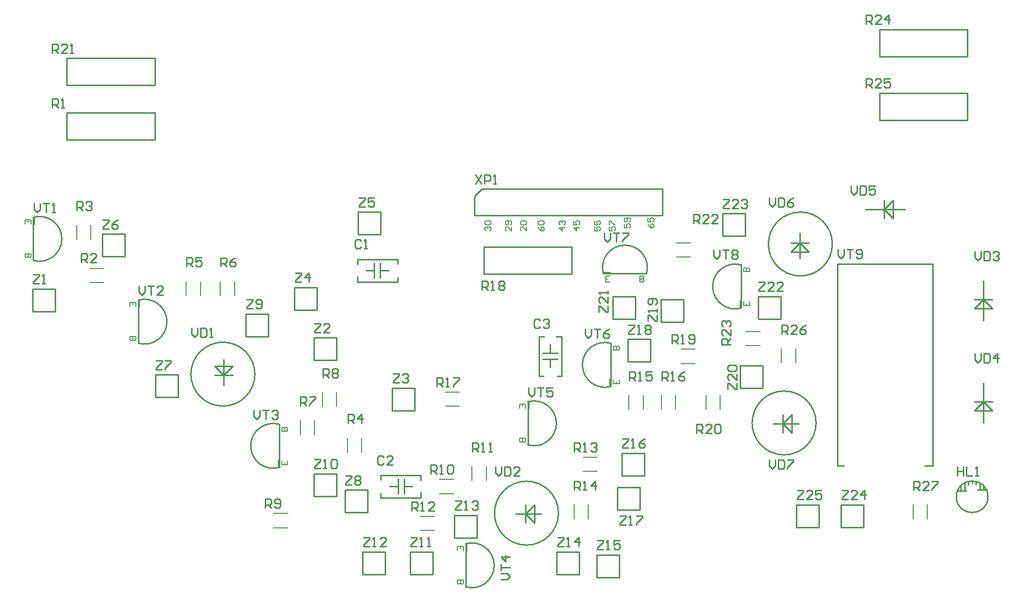
<source format=gto>
G04 Layer_Color=65535*
%FSLAX44Y44*%
%MOMM*%
G71*
G01*
G75*
%ADD19C,0.2540*%
%ADD20C,0.2000*%
%ADD21R,0.1270X1.2700*%
%ADD22R,1.2700X0.1270*%
D19*
X1388980Y315000D02*
G03*
X1388980Y315000I-53980J0D01*
G01*
X797300Y37810D02*
G03*
X797340Y110823I10336J36501D01*
G01*
X1262700Y582190D02*
G03*
X1262660Y509177I-10336J-36501D01*
G01*
X1102790Y567300D02*
G03*
X1029777Y567340I-36501J10336D01*
G01*
X1042700Y449690D02*
G03*
X1042660Y376677I-10336J-36501D01*
G01*
X902300Y277810D02*
G03*
X902340Y350823I10336J36501D01*
G01*
X482700Y312790D02*
G03*
X482660Y239777I-10336J-36501D01*
G01*
X244800Y449710D02*
G03*
X244840Y522723I10336J36501D01*
G01*
X67300Y589710D02*
G03*
X67340Y662723I10336J36501D01*
G01*
X953980Y162500D02*
G03*
X953980Y162500I-53980J0D01*
G01*
X1679200Y190200D02*
G03*
X1679200Y190200I-26700J0D01*
G01*
X441480Y397500D02*
G03*
X441480Y397500I-53980J0D01*
G01*
X1416480Y617500D02*
G03*
X1416480Y617500I-53980J0D01*
G01*
X827950Y567100D02*
Y612820D01*
X976540Y567100D02*
Y612820D01*
X827950D02*
X976540D01*
X827950Y567100D02*
X976540D01*
X1127254Y485950D02*
Y524050D01*
Y485950D02*
X1165354D01*
Y524050D01*
X1127254D02*
X1165354D01*
X1045950Y490950D02*
Y529050D01*
Y490950D02*
X1084050D01*
Y529050D01*
X1045950D02*
X1084050D01*
X1348330Y302300D02*
X1348330Y328970D01*
X1333090Y313730D02*
X1348330Y328970D01*
X1348330Y298490D02*
Y302300D01*
X1333090Y298490D02*
Y328970D01*
X1316580Y313730D02*
X1333090D01*
X1348330Y298490D01*
X1333090Y313730D02*
X1359760D01*
X1260950Y373450D02*
Y411550D01*
Y373450D02*
X1299050D01*
Y411550D01*
X1260950D02*
X1299050D01*
X797300Y37810D02*
Y110200D01*
X124010Y793370D02*
X272600D01*
X124010Y839090D02*
X272600Y839090D01*
Y793370D02*
Y839090D01*
X124010Y793370D02*
Y839090D01*
X1262700Y582190D02*
X1262700Y509800D01*
X1030400Y567300D02*
X1102790D01*
X1042700Y377300D02*
Y449690D01*
X902300Y277810D02*
Y350200D01*
X482700Y240400D02*
Y312790D01*
X244800Y449710D02*
Y522100D01*
X67300Y589710D02*
Y662100D01*
X1053450Y168450D02*
X1091550D01*
Y206550D01*
X1053450D02*
X1091550D01*
X1053450Y168450D02*
Y206550D01*
X1018450Y54050D02*
Y92150D01*
Y54050D02*
X1056550D01*
Y92150D01*
X1018450D02*
X1056550D01*
X673450Y335950D02*
Y374050D01*
Y335950D02*
X711550D01*
Y374050D01*
X673450D02*
X711550D01*
X540950Y420950D02*
Y459050D01*
Y420950D02*
X579050D01*
Y459050D01*
X540950D02*
X579050D01*
X913330Y149800D02*
X913330Y176470D01*
X898090Y161230D02*
X913330Y176470D01*
X913330Y145990D02*
Y149800D01*
X898090Y145990D02*
Y176470D01*
X881580Y161230D02*
X898090D01*
X913330Y145990D01*
X898090Y161230D02*
X924760D01*
X950950Y59050D02*
Y97150D01*
Y59050D02*
X989050D01*
Y97150D01*
X950950D02*
X989050D01*
X425950Y460950D02*
Y499050D01*
Y460950D02*
X464050D01*
Y499050D01*
X425950D02*
X464050D01*
X540950Y191020D02*
Y229120D01*
Y191020D02*
X579050D01*
Y229120D01*
X540950D02*
X579050D01*
X1070950Y418450D02*
Y456550D01*
Y418450D02*
X1109050D01*
Y456550D01*
X1070950D02*
X1109050D01*
X1431350Y138450D02*
Y176550D01*
Y138450D02*
X1469450D01*
Y176550D01*
X1431350D02*
X1469450D01*
X940000Y409270D02*
Y423240D01*
X927300Y423240D02*
X952700D01*
X927300Y433400D02*
X952700D01*
X940000D02*
Y447370D01*
X920950Y394030D02*
Y461340D01*
Y394030D02*
X928570D01*
X920950Y461340D02*
X929840D01*
X950160D02*
X959050D01*
X951430Y394030D02*
X959050D01*
Y461340D01*
X703450Y59050D02*
Y97150D01*
Y59050D02*
X741550D01*
Y97150D01*
X703450D02*
X741550D01*
X1290950Y490950D02*
Y529050D01*
Y490950D02*
X1329050D01*
Y529050D01*
X1290950D02*
X1329050D01*
X221550Y596450D02*
Y634550D01*
X183450D02*
X221550D01*
X183450Y596450D02*
Y634550D01*
Y596450D02*
X221550D01*
X1633450Y200360D02*
Y206710D01*
X1639800Y211790D02*
X1639800Y200360D01*
X1646150Y210520D02*
Y214330D01*
X1652500Y213060D02*
Y216900D01*
X1658850Y210520D02*
Y215600D01*
X1665200Y202900D02*
Y213060D01*
X1671550Y207980D02*
X1671550Y201630D01*
X1661390D02*
X1675360D01*
X1628370Y200360D02*
X1642340Y200360D01*
X1425000Y242460D02*
X1436430D01*
X1425000D02*
Y584090D01*
X1586290D01*
Y242460D02*
Y584090D01*
X1572320Y242460D02*
X1586290D01*
X1355950Y138450D02*
Y176550D01*
Y138450D02*
X1394050D01*
Y176550D01*
X1355950D02*
X1394050D01*
X1659800Y335600D02*
X1686470D01*
X1671230Y350840D02*
X1686470Y335600D01*
X1655990D02*
X1659800D01*
X1655990Y350840D02*
X1686470D01*
X1671230D02*
Y382590D01*
X1655990Y335600D02*
X1671230Y350840D01*
Y315280D02*
Y350840D01*
X623450Y59050D02*
Y97150D01*
Y59050D02*
X661550D01*
Y97150D01*
X623450D02*
X661550D01*
X373530Y410830D02*
X400200D01*
X373530D02*
X388770Y395590D01*
X400200Y410830D02*
X404010D01*
X373530Y395590D02*
X404010Y395590D01*
X388770Y379080D02*
Y395590D01*
X404010Y410830D01*
X388770Y395590D02*
Y422260D01*
X669270Y207500D02*
X683240D01*
X683240Y194800D02*
Y220200D01*
X693400Y194800D02*
Y220200D01*
X693400Y207500D02*
X707370D01*
X654030Y226550D02*
X721340D01*
X654030Y218930D02*
Y226550D01*
X721340Y217660D02*
X721340Y226550D01*
X721340Y197340D02*
X721340Y188450D01*
X654030D02*
Y196070D01*
Y188450D02*
X721340D01*
X1060950Y225950D02*
X1099050D01*
Y264050D01*
X1060950D02*
X1099050D01*
X1060950Y225950D02*
Y264050D01*
X1659800Y508100D02*
X1686470D01*
X1671230Y523340D02*
X1686470Y508100D01*
X1655990D02*
X1659800D01*
X1655990Y523340D02*
X1686470D01*
X1671230D02*
Y555090D01*
X1655990Y508100D02*
X1671230Y523340D01*
Y487780D02*
Y523340D01*
X778450Y120950D02*
Y159050D01*
Y120950D02*
X816550D01*
Y159050D01*
X778450D02*
X816550D01*
X1230950Y630950D02*
Y669050D01*
Y630950D02*
X1269050D01*
Y669050D01*
X1230950D02*
X1269050D01*
X1349800Y604170D02*
X1376470D01*
X1361230Y619410D02*
X1376470Y604170D01*
X1345990D02*
X1349800D01*
X1345990Y619410D02*
X1376470Y619410D01*
X1361230Y619410D02*
Y635920D01*
X1345990Y604170D02*
X1361230Y619410D01*
Y592740D02*
Y619410D01*
X311550Y358450D02*
Y396550D01*
X273450D02*
X311550D01*
X273450Y358450D02*
Y396550D01*
Y358450D02*
X311550D01*
X65950Y503450D02*
Y541550D01*
Y503450D02*
X104050D01*
Y541550D01*
X65950D02*
X104050D01*
X1519400Y664800D02*
X1519400Y691470D01*
X1504160Y676230D02*
X1519400Y691470D01*
X1519400Y660990D02*
Y664800D01*
X1504160Y660990D02*
Y691470D01*
X1472410Y676230D02*
X1504160D01*
X1519400Y660990D01*
X1504160Y676230D02*
X1539720D01*
X124010Y885870D02*
Y931590D01*
X272600D02*
X272600Y885870D01*
X124010Y931590D02*
X272600D01*
X124010Y885870D02*
X272600D01*
X1644550Y934680D02*
Y980400D01*
X1495960Y934680D02*
Y980400D01*
Y934680D02*
X1644550D01*
X1495960Y980400D02*
X1644550D01*
X812100Y678650D02*
Y697700D01*
X824800Y710400D01*
X1129600D01*
Y700240D02*
Y710400D01*
Y665950D02*
Y700240D01*
X812100Y665950D02*
X1129600D01*
X812100D02*
Y678650D01*
X1644550Y827180D02*
Y872900D01*
X1495960Y827180D02*
Y872900D01*
Y827180D02*
X1644550D01*
X1495960Y872900D02*
X1644550D01*
X615950Y633450D02*
Y671550D01*
Y633450D02*
X654050D01*
Y671550D01*
X615950D02*
X654050D01*
X653060Y572500D02*
X667030D01*
X653060Y559800D02*
Y585200D01*
X642900Y559800D02*
Y585200D01*
X628930Y572500D02*
X642900D01*
X614960Y553450D02*
X682270D01*
Y561070D01*
X614960Y553450D02*
X614960Y562340D01*
X614960Y591550D02*
X614960Y582660D01*
X682270Y583930D02*
Y591550D01*
X614960D02*
X682270D01*
X508450Y505950D02*
Y544050D01*
Y505950D02*
X546550D01*
Y544050D01*
X508450D02*
X546550D01*
X593450Y163450D02*
Y201550D01*
Y163450D02*
X631550D01*
Y201550D01*
X593450D02*
X631550D01*
X621069Y622566D02*
X618530Y625105D01*
X613451D01*
X610912Y622566D01*
Y612409D01*
X613451Y609870D01*
X618530D01*
X621069Y612409D01*
X626147Y609870D02*
X631225D01*
X628686D01*
Y625105D01*
X626147Y622566D01*
X658567Y257072D02*
X656028Y259611D01*
X650949D01*
X648410Y257072D01*
Y246915D01*
X650949Y244376D01*
X656028D01*
X658567Y246915D01*
X673802Y244376D02*
X663645D01*
X673802Y254533D01*
Y257072D01*
X671263Y259611D01*
X666184D01*
X663645Y257072D01*
X923367Y488038D02*
X920827Y490577D01*
X915749D01*
X913210Y488038D01*
Y477881D01*
X915749Y475342D01*
X920827D01*
X923367Y477881D01*
X928445Y488038D02*
X930984Y490577D01*
X936063D01*
X938602Y488038D01*
Y485499D01*
X936063Y482960D01*
X933523D01*
X936063D01*
X938602Y480420D01*
Y477881D01*
X936063Y475342D01*
X930984D01*
X928445Y477881D01*
X1627154Y241017D02*
Y225782D01*
Y233400D01*
X1637311D01*
Y241017D01*
Y225782D01*
X1642389Y241017D02*
Y225782D01*
X1652546D01*
X1657624D02*
X1662702D01*
X1660163D01*
Y241017D01*
X1657624Y238478D01*
X99052Y848066D02*
Y863301D01*
X106670D01*
X109209Y860762D01*
Y855684D01*
X106670Y853144D01*
X99052D01*
X104130D02*
X109209Y848066D01*
X114287D02*
X119365D01*
X116826D01*
Y863301D01*
X114287Y860762D01*
X148040Y586056D02*
Y601291D01*
X155658D01*
X158197Y598752D01*
Y593673D01*
X155658Y591134D01*
X148040D01*
X153118D02*
X158197Y586056D01*
X173432D02*
X163275D01*
X173432Y596213D01*
Y598752D01*
X170893Y601291D01*
X165814D01*
X163275Y598752D01*
X140982Y674140D02*
Y689375D01*
X148600D01*
X151139Y686836D01*
Y681758D01*
X148600Y679218D01*
X140982D01*
X146060D02*
X151139Y674140D01*
X156217Y686836D02*
X158756Y689375D01*
X163835D01*
X166374Y686836D01*
Y684297D01*
X163835Y681758D01*
X161295D01*
X163835D01*
X166374Y679218D01*
Y676679D01*
X163835Y674140D01*
X158756D01*
X156217Y676679D01*
X598650Y314154D02*
Y329389D01*
X606268D01*
X608807Y326850D01*
Y321772D01*
X606268Y319232D01*
X598650D01*
X603728D02*
X608807Y314154D01*
X621503D02*
Y329389D01*
X613885Y321772D01*
X624042D01*
X326148Y579174D02*
Y594409D01*
X333766D01*
X336305Y591870D01*
Y586791D01*
X333766Y584252D01*
X326148D01*
X331226D02*
X336305Y579174D01*
X351540Y594409D02*
X341383D01*
Y586791D01*
X346461Y589331D01*
X349001D01*
X351540Y586791D01*
Y581713D01*
X349001Y579174D01*
X343922D01*
X341383Y581713D01*
X383606Y579148D02*
Y594383D01*
X391223D01*
X393763Y591844D01*
Y586766D01*
X391223Y584226D01*
X383606D01*
X388684D02*
X393763Y579148D01*
X408998Y594383D02*
X403919Y591844D01*
X398841Y586766D01*
Y581687D01*
X401380Y579148D01*
X406459D01*
X408998Y581687D01*
Y584226D01*
X406459Y586766D01*
X398841D01*
X518492Y344044D02*
Y359279D01*
X526110D01*
X528649Y356740D01*
Y351661D01*
X526110Y349122D01*
X518492D01*
X523570D02*
X528649Y344044D01*
X533727Y359279D02*
X543884D01*
Y356740D01*
X533727Y346583D01*
Y344044D01*
X556004Y391596D02*
Y406831D01*
X563621D01*
X566161Y404292D01*
Y399213D01*
X563621Y396674D01*
X556004D01*
X561082D02*
X566161Y391596D01*
X571239Y404292D02*
X573778Y406831D01*
X578857D01*
X581396Y404292D01*
Y401753D01*
X578857Y399213D01*
X581396Y396674D01*
Y394135D01*
X578857Y391596D01*
X573778D01*
X571239Y394135D01*
Y396674D01*
X573778Y399213D01*
X571239Y401753D01*
Y404292D01*
X573778Y399213D02*
X578857D01*
X458634Y171534D02*
Y186769D01*
X466251D01*
X468791Y184230D01*
Y179151D01*
X466251Y176612D01*
X458634D01*
X463712D02*
X468791Y171534D01*
X473869Y174073D02*
X476408Y171534D01*
X481487D01*
X484026Y174073D01*
Y184230D01*
X481487Y186769D01*
X476408D01*
X473869Y184230D01*
Y181691D01*
X476408Y179151D01*
X484026D01*
X738588Y229178D02*
Y244413D01*
X746206D01*
X748745Y241874D01*
Y236796D01*
X746206Y234256D01*
X738588D01*
X743666D02*
X748745Y229178D01*
X753823D02*
X758901D01*
X756362D01*
Y244413D01*
X753823Y241874D01*
X766519D02*
X769058Y244413D01*
X774137D01*
X776676Y241874D01*
Y231717D01*
X774137Y229178D01*
X769058D01*
X766519Y231717D01*
Y241874D01*
X808506Y266676D02*
Y281911D01*
X816124D01*
X818663Y279372D01*
Y274293D01*
X816124Y271754D01*
X808506D01*
X813584D02*
X818663Y266676D01*
X823741D02*
X828819D01*
X826280D01*
Y281911D01*
X823741Y279372D01*
X836437Y266676D02*
X841515D01*
X838976D01*
Y281911D01*
X836437Y279372D01*
X705972Y166762D02*
Y181997D01*
X713589D01*
X716129Y179458D01*
Y174380D01*
X713589Y171840D01*
X705972D01*
X711050D02*
X716129Y166762D01*
X721207D02*
X726285D01*
X723746D01*
Y181997D01*
X721207Y179458D01*
X744060Y166762D02*
X733903D01*
X744060Y176919D01*
Y179458D01*
X741520Y181997D01*
X736442D01*
X733903Y179458D01*
X980974Y266690D02*
Y281925D01*
X988592D01*
X991131Y279386D01*
Y274307D01*
X988592Y271768D01*
X980974D01*
X986052D02*
X991131Y266690D01*
X996209D02*
X1001287D01*
X998748D01*
Y281925D01*
X996209Y279386D01*
X1008905D02*
X1011444Y281925D01*
X1016523D01*
X1019062Y279386D01*
Y276847D01*
X1016523Y274307D01*
X1013983D01*
X1016523D01*
X1019062Y271768D01*
Y269229D01*
X1016523Y266690D01*
X1011444D01*
X1008905Y269229D01*
X980986Y201532D02*
Y216767D01*
X988604D01*
X991143Y214228D01*
Y209149D01*
X988604Y206610D01*
X980986D01*
X986064D02*
X991143Y201532D01*
X996221D02*
X1001299D01*
X998760D01*
Y216767D01*
X996221Y214228D01*
X1016535Y201532D02*
Y216767D01*
X1008917Y209149D01*
X1019074D01*
X1073456Y386618D02*
Y401853D01*
X1081074D01*
X1083613Y399314D01*
Y394235D01*
X1081074Y391696D01*
X1073456D01*
X1078534D02*
X1083613Y386618D01*
X1088691D02*
X1093769D01*
X1091230D01*
Y401853D01*
X1088691Y399314D01*
X1111544Y401853D02*
X1101387D01*
Y394235D01*
X1106465Y396775D01*
X1109005D01*
X1111544Y394235D01*
Y389157D01*
X1109005Y386618D01*
X1103926D01*
X1101387Y389157D01*
X1128443Y386703D02*
Y401938D01*
X1136060D01*
X1138600Y399399D01*
Y394320D01*
X1136060Y391781D01*
X1128443D01*
X1133521D02*
X1138600Y386703D01*
X1143678D02*
X1148756D01*
X1146217D01*
Y401938D01*
X1143678Y399399D01*
X1166531Y401938D02*
X1161452Y399399D01*
X1156374Y394320D01*
Y389242D01*
X1158913Y386703D01*
X1163991D01*
X1166531Y389242D01*
Y391781D01*
X1163991Y394320D01*
X1156374D01*
X748562Y376698D02*
Y391933D01*
X756180D01*
X758719Y389394D01*
Y384315D01*
X756180Y381776D01*
X748562D01*
X753640D02*
X758719Y376698D01*
X763797D02*
X768875D01*
X766336D01*
Y391933D01*
X763797Y389394D01*
X776493Y391933D02*
X786650D01*
Y389394D01*
X776493Y379237D01*
Y376698D01*
X825000Y540000D02*
Y555235D01*
X832617D01*
X835157Y552696D01*
Y547617D01*
X832617Y545078D01*
X825000D01*
X830078D02*
X835157Y540000D01*
X840235D02*
X845313D01*
X842774D01*
Y555235D01*
X840235Y552696D01*
X852931D02*
X855470Y555235D01*
X860548D01*
X863088Y552696D01*
Y550157D01*
X860548Y547617D01*
X863088Y545078D01*
Y542539D01*
X860548Y540000D01*
X855470D01*
X852931Y542539D01*
Y545078D01*
X855470Y547617D01*
X852931Y550157D01*
Y552696D01*
X855470Y547617D02*
X860548D01*
X1145980Y449168D02*
Y464403D01*
X1153597D01*
X1156137Y461864D01*
Y456786D01*
X1153597Y454246D01*
X1145980D01*
X1151058D02*
X1156137Y449168D01*
X1161215D02*
X1166293D01*
X1163754D01*
Y464403D01*
X1161215Y461864D01*
X1173911Y451707D02*
X1176450Y449168D01*
X1181528D01*
X1184068Y451707D01*
Y461864D01*
X1181528Y464403D01*
X1176450D01*
X1173911Y461864D01*
Y459325D01*
X1176450Y456786D01*
X1184068D01*
X1187500Y297500D02*
Y312735D01*
X1195117D01*
X1197657Y310196D01*
Y305117D01*
X1195117Y302578D01*
X1187500D01*
X1192578D02*
X1197657Y297500D01*
X1212892D02*
X1202735D01*
X1212892Y307657D01*
Y310196D01*
X1210353Y312735D01*
X1205274D01*
X1202735Y310196D01*
X1217970D02*
X1220509Y312735D01*
X1225588D01*
X1228127Y310196D01*
Y300039D01*
X1225588Y297500D01*
X1220509D01*
X1217970Y300039D01*
Y310196D01*
X99052Y940522D02*
Y955757D01*
X106670D01*
X109209Y953218D01*
Y948139D01*
X106670Y945600D01*
X99052D01*
X104130D02*
X109209Y940522D01*
X124444D02*
X114287D01*
X124444Y950679D01*
Y953218D01*
X121905Y955757D01*
X116826D01*
X114287Y953218D01*
X129522Y940522D02*
X134600D01*
X132061D01*
Y955757D01*
X129522Y953218D01*
X1182500Y652500D02*
Y667735D01*
X1190117D01*
X1192657Y665196D01*
Y660117D01*
X1190117Y657578D01*
X1182500D01*
X1187578D02*
X1192657Y652500D01*
X1207892D02*
X1197735D01*
X1207892Y662657D01*
Y665196D01*
X1205353Y667735D01*
X1200274D01*
X1197735Y665196D01*
X1223127Y652500D02*
X1212970D01*
X1223127Y662657D01*
Y665196D01*
X1220588Y667735D01*
X1215509D01*
X1212970Y665196D01*
X1245000Y447500D02*
X1229765D01*
Y455117D01*
X1232304Y457657D01*
X1237383D01*
X1239922Y455117D01*
Y447500D01*
Y452578D02*
X1245000Y457657D01*
Y472892D02*
Y462735D01*
X1234843Y472892D01*
X1232304D01*
X1229765Y470353D01*
Y465274D01*
X1232304Y462735D01*
Y477970D02*
X1229765Y480509D01*
Y485588D01*
X1232304Y488127D01*
X1234843D01*
X1237383Y485588D01*
Y483049D01*
Y485588D01*
X1239922Y488127D01*
X1242461D01*
X1245000Y485588D01*
Y480509D01*
X1242461Y477970D01*
X1473476Y989368D02*
Y1004603D01*
X1481093D01*
X1483633Y1002064D01*
Y996985D01*
X1481093Y994446D01*
X1473476D01*
X1478554D02*
X1483633Y989368D01*
X1498868D02*
X1488711D01*
X1498868Y999525D01*
Y1002064D01*
X1496329Y1004603D01*
X1491250D01*
X1488711Y1002064D01*
X1511564Y989368D02*
Y1004603D01*
X1503946Y996985D01*
X1514103D01*
X1473504Y881872D02*
Y897107D01*
X1481122D01*
X1483661Y894568D01*
Y889490D01*
X1481122Y886950D01*
X1473504D01*
X1478582D02*
X1483661Y881872D01*
X1498896D02*
X1488739D01*
X1498896Y892029D01*
Y894568D01*
X1496357Y897107D01*
X1491278D01*
X1488739Y894568D01*
X1514131Y897107D02*
X1503974D01*
Y889490D01*
X1509052Y892029D01*
X1511592D01*
X1514131Y889490D01*
Y884411D01*
X1511592Y881872D01*
X1506513D01*
X1503974Y884411D01*
X1331150Y465566D02*
Y480801D01*
X1338768D01*
X1341307Y478262D01*
Y473184D01*
X1338768Y470644D01*
X1331150D01*
X1336228D02*
X1341307Y465566D01*
X1356542D02*
X1346385D01*
X1356542Y475723D01*
Y478262D01*
X1354003Y480801D01*
X1348924D01*
X1346385Y478262D01*
X1371777Y480801D02*
X1366698Y478262D01*
X1361620Y473184D01*
Y468105D01*
X1364159Y465566D01*
X1369238D01*
X1371777Y468105D01*
Y470644D01*
X1369238Y473184D01*
X1361620D01*
X1553588Y201520D02*
Y216755D01*
X1561205D01*
X1563745Y214216D01*
Y209137D01*
X1561205Y206598D01*
X1553588D01*
X1558666D02*
X1563745Y201520D01*
X1578980D02*
X1568823D01*
X1578980Y211677D01*
Y214216D01*
X1576441Y216755D01*
X1571362D01*
X1568823Y214216D01*
X1584058Y216755D02*
X1594215D01*
Y214216D01*
X1584058Y204059D01*
Y201520D01*
X334910Y475687D02*
Y465530D01*
X339988Y460452D01*
X345067Y465530D01*
Y475687D01*
X350145D02*
Y460452D01*
X357763D01*
X360302Y462991D01*
Y473148D01*
X357763Y475687D01*
X350145D01*
X365380Y460452D02*
X370458D01*
X367919D01*
Y475687D01*
X365380Y473148D01*
X847330Y240625D02*
Y230468D01*
X852408Y225390D01*
X857487Y230468D01*
Y240625D01*
X862565D02*
Y225390D01*
X870183D01*
X872722Y227929D01*
Y238086D01*
X870183Y240625D01*
X862565D01*
X887957Y225390D02*
X877800D01*
X887957Y235547D01*
Y238086D01*
X885418Y240625D01*
X880339D01*
X877800Y238086D01*
X1657387Y604996D02*
Y594839D01*
X1662465Y589761D01*
X1667544Y594839D01*
Y604996D01*
X1672622D02*
Y589761D01*
X1680240D01*
X1682779Y592300D01*
Y602457D01*
X1680240Y604996D01*
X1672622D01*
X1687857Y602457D02*
X1690396Y604996D01*
X1695475D01*
X1698014Y602457D01*
Y599918D01*
X1695475Y597379D01*
X1692935D01*
X1695475D01*
X1698014Y594839D01*
Y592300D01*
X1695475Y589761D01*
X1690396D01*
X1687857Y592300D01*
X1657387Y432496D02*
Y422339D01*
X1662465Y417261D01*
X1667544Y422339D01*
Y432496D01*
X1672622D02*
Y417261D01*
X1680240D01*
X1682779Y419800D01*
Y429957D01*
X1680240Y432496D01*
X1672622D01*
X1695475Y417261D02*
Y432496D01*
X1687857Y424879D01*
X1698014D01*
X1448056Y715529D02*
Y705372D01*
X1453134Y700294D01*
X1458213Y705372D01*
Y715529D01*
X1463291D02*
Y700294D01*
X1470909D01*
X1473448Y702833D01*
Y712990D01*
X1470909Y715529D01*
X1463291D01*
X1488683D02*
X1478526D01*
Y707912D01*
X1483604Y710451D01*
X1486144D01*
X1488683Y707912D01*
Y702833D01*
X1486144Y700294D01*
X1481065D01*
X1478526Y702833D01*
X1309760Y695531D02*
Y685374D01*
X1314838Y680296D01*
X1319917Y685374D01*
Y695531D01*
X1324995D02*
Y680296D01*
X1332613D01*
X1335152Y682835D01*
Y692992D01*
X1332613Y695531D01*
X1324995D01*
X1350387D02*
X1345309Y692992D01*
X1340230Y687914D01*
Y682835D01*
X1342769Y680296D01*
X1347848D01*
X1350387Y682835D01*
Y685374D01*
X1347848Y687914D01*
X1340230D01*
X1310000Y252735D02*
Y242578D01*
X1315078Y237500D01*
X1320157Y242578D01*
Y252735D01*
X1325235D02*
Y237500D01*
X1332853D01*
X1335392Y240039D01*
Y250196D01*
X1332853Y252735D01*
X1325235D01*
X1340470D02*
X1350627D01*
Y250196D01*
X1340470Y240039D01*
Y237500D01*
X68608Y686099D02*
Y675942D01*
X73686Y670864D01*
X78765Y675942D01*
Y686099D01*
X83843D02*
X94000D01*
X88921D01*
Y670864D01*
X99078D02*
X104157D01*
X101617D01*
Y686099D01*
X99078Y683560D01*
X246086Y546145D02*
Y535988D01*
X251164Y530910D01*
X256243Y535988D01*
Y546145D01*
X261321D02*
X271478D01*
X266399D01*
Y530910D01*
X286713D02*
X276556D01*
X286713Y541067D01*
Y543606D01*
X284174Y546145D01*
X279095D01*
X276556Y543606D01*
X439432Y336869D02*
Y326712D01*
X444510Y321634D01*
X449589Y326712D01*
Y336869D01*
X454667D02*
X464824D01*
X459745D01*
Y321634D01*
X469902Y334330D02*
X472441Y336869D01*
X477520D01*
X480059Y334330D01*
Y331791D01*
X477520Y329252D01*
X474981D01*
X477520D01*
X480059Y326712D01*
Y324173D01*
X477520Y321634D01*
X472441D01*
X469902Y324173D01*
X857265Y50000D02*
X867422D01*
X872500Y55078D01*
X867422Y60157D01*
X857265D01*
Y65235D02*
Y75392D01*
Y70313D01*
X872500D01*
Y88088D02*
X857265D01*
X864883Y80470D01*
Y90627D01*
X903516Y374273D02*
Y364116D01*
X908594Y359038D01*
X913673Y364116D01*
Y374273D01*
X918751D02*
X928908D01*
X923829D01*
Y359038D01*
X944143Y374273D02*
X933986D01*
Y366656D01*
X939064Y369195D01*
X941604D01*
X944143Y366656D01*
Y361577D01*
X941604Y359038D01*
X936525D01*
X933986Y361577D01*
X999462Y473857D02*
Y463700D01*
X1004540Y458622D01*
X1009619Y463700D01*
Y473857D01*
X1014697D02*
X1024854D01*
X1019775D01*
Y458622D01*
X1040089Y473857D02*
X1035011Y471318D01*
X1029932Y466240D01*
Y461161D01*
X1032471Y458622D01*
X1037550D01*
X1040089Y461161D01*
Y463700D01*
X1037550Y466240D01*
X1029932D01*
X1031574Y635899D02*
Y625742D01*
X1036652Y620664D01*
X1041731Y625742D01*
Y635899D01*
X1046809D02*
X1056966D01*
X1051887D01*
Y620664D01*
X1062044Y635899D02*
X1072201D01*
Y633360D01*
X1062044Y623203D01*
Y620664D01*
X1215754Y607751D02*
Y597594D01*
X1220832Y592516D01*
X1225911Y597594D01*
Y607751D01*
X1230989D02*
X1241146D01*
X1236067D01*
Y592516D01*
X1246224Y605212D02*
X1248763Y607751D01*
X1253842D01*
X1256381Y605212D01*
Y602673D01*
X1253842Y600134D01*
X1256381Y597594D01*
Y595055D01*
X1253842Y592516D01*
X1248763D01*
X1246224Y595055D01*
Y597594D01*
X1248763Y600134D01*
X1246224Y602673D01*
Y605212D01*
X1248763Y600134D02*
X1253842D01*
X1426143Y608342D02*
Y598185D01*
X1431221Y593107D01*
X1436300Y598185D01*
Y608342D01*
X1441378D02*
X1451535D01*
X1446456D01*
Y593107D01*
X1456613Y595646D02*
X1459152Y593107D01*
X1464231D01*
X1466770Y595646D01*
Y605803D01*
X1464231Y608342D01*
X1459152D01*
X1456613Y605803D01*
Y603264D01*
X1459152Y600724D01*
X1466770D01*
X813378Y734461D02*
X823535Y719226D01*
Y734461D02*
X813378Y719226D01*
X828613D02*
Y734461D01*
X836231D01*
X838770Y731922D01*
Y726843D01*
X836231Y724304D01*
X828613D01*
X843848Y719226D02*
X848926D01*
X846387D01*
Y734461D01*
X843848Y731922D01*
X67347Y565802D02*
X77504D01*
Y563263D01*
X67347Y553106D01*
Y550567D01*
X77504D01*
X82582D02*
X87660D01*
X85121D01*
Y565802D01*
X82582Y563263D01*
X542347Y483302D02*
X552504D01*
Y480763D01*
X542347Y470606D01*
Y468067D01*
X552504D01*
X567739D02*
X557582D01*
X567739Y478224D01*
Y480763D01*
X565200Y483302D01*
X560121D01*
X557582Y480763D01*
X674847Y398302D02*
X685004D01*
Y395763D01*
X674847Y385606D01*
Y383067D01*
X685004D01*
X690082Y395763D02*
X692621Y398302D01*
X697700D01*
X700239Y395763D01*
Y393224D01*
X697700Y390685D01*
X695160D01*
X697700D01*
X700239Y388145D01*
Y385606D01*
X697700Y383067D01*
X692621D01*
X690082Y385606D01*
X509847Y568302D02*
X520004D01*
Y565763D01*
X509847Y555606D01*
Y553067D01*
X520004D01*
X532700D02*
Y568302D01*
X525082Y560685D01*
X535239D01*
X617347Y695802D02*
X627504D01*
Y693263D01*
X617347Y683106D01*
Y680567D01*
X627504D01*
X642739Y695802D02*
X632582D01*
Y688185D01*
X637660Y690724D01*
X640200D01*
X642739Y688185D01*
Y683106D01*
X640200Y680567D01*
X635121D01*
X632582Y683106D01*
X184724Y658689D02*
X194881D01*
Y656150D01*
X184724Y645993D01*
Y643454D01*
X194881D01*
X210116Y658689D02*
X205037Y656150D01*
X199959Y651071D01*
Y645993D01*
X202498Y643454D01*
X207577D01*
X210116Y645993D01*
Y648532D01*
X207577Y651071D01*
X199959D01*
X274734Y420579D02*
X284891D01*
Y418040D01*
X274734Y407883D01*
Y405344D01*
X284891D01*
X289969Y420579D02*
X300126D01*
Y418040D01*
X289969Y407883D01*
Y405344D01*
X594847Y225802D02*
X605004D01*
Y223263D01*
X594847Y213106D01*
Y210567D01*
X605004D01*
X610082Y223263D02*
X612621Y225802D01*
X617700D01*
X620239Y223263D01*
Y220724D01*
X617700Y218185D01*
X620239Y215645D01*
Y213106D01*
X617700Y210567D01*
X612621D01*
X610082Y213106D01*
Y215645D01*
X612621Y218185D01*
X610082Y220724D01*
Y223263D01*
X612621Y218185D02*
X617700D01*
X427347Y523302D02*
X437504D01*
Y520763D01*
X427347Y510606D01*
Y508067D01*
X437504D01*
X442582Y510606D02*
X445121Y508067D01*
X450200D01*
X452739Y510606D01*
Y520763D01*
X450200Y523302D01*
X445121D01*
X442582Y520763D01*
Y518224D01*
X445121Y515685D01*
X452739D01*
X542347Y253372D02*
X552504D01*
Y250833D01*
X542347Y240676D01*
Y238137D01*
X552504D01*
X557582D02*
X562660D01*
X560121D01*
Y253372D01*
X557582Y250833D01*
X570278D02*
X572817Y253372D01*
X577896D01*
X580435Y250833D01*
Y240676D01*
X577896Y238137D01*
X572817D01*
X570278Y240676D01*
Y250833D01*
X704847Y121402D02*
X715004D01*
Y118863D01*
X704847Y108706D01*
Y106167D01*
X715004D01*
X720082D02*
X725160D01*
X722621D01*
Y121402D01*
X720082Y118863D01*
X732778Y106167D02*
X737856D01*
X735317D01*
Y121402D01*
X732778Y118863D01*
X624847Y121402D02*
X635004D01*
Y118863D01*
X624847Y108706D01*
Y106167D01*
X635004D01*
X640082D02*
X645160D01*
X642621D01*
Y121402D01*
X640082Y118863D01*
X662935Y106167D02*
X652778D01*
X662935Y116324D01*
Y118863D01*
X660396Y121402D01*
X655317D01*
X652778Y118863D01*
X779847Y183302D02*
X790004D01*
Y180763D01*
X779847Y170606D01*
Y168067D01*
X790004D01*
X795082D02*
X800160D01*
X797621D01*
Y183302D01*
X795082Y180763D01*
X807778D02*
X810317Y183302D01*
X815396D01*
X817935Y180763D01*
Y178224D01*
X815396Y175685D01*
X812856D01*
X815396D01*
X817935Y173145D01*
Y170606D01*
X815396Y168067D01*
X810317D01*
X807778Y170606D01*
X952347Y121402D02*
X962504D01*
Y118863D01*
X952347Y108706D01*
Y106167D01*
X962504D01*
X967582D02*
X972660D01*
X970121D01*
Y121402D01*
X967582Y118863D01*
X987896Y106167D02*
Y121402D01*
X980278Y113785D01*
X990435D01*
X1019847Y116402D02*
X1030004D01*
Y113863D01*
X1019847Y103706D01*
Y101167D01*
X1030004D01*
X1035082D02*
X1040160D01*
X1037621D01*
Y116402D01*
X1035082Y113863D01*
X1057935Y116402D02*
X1047778D01*
Y108785D01*
X1052856Y111324D01*
X1055396D01*
X1057935Y108785D01*
Y103706D01*
X1055396Y101167D01*
X1050317D01*
X1047778Y103706D01*
X1062160Y288181D02*
X1072317D01*
Y285642D01*
X1062160Y275485D01*
Y272946D01*
X1072317D01*
X1077395D02*
X1082473D01*
X1079934D01*
Y288181D01*
X1077395Y285642D01*
X1100248Y288181D02*
X1095169Y285642D01*
X1090091Y280564D01*
Y275485D01*
X1092630Y272946D01*
X1097709D01*
X1100248Y275485D01*
Y278024D01*
X1097709Y280564D01*
X1090091D01*
X1057500Y157735D02*
X1067657D01*
Y155196D01*
X1057500Y145039D01*
Y142500D01*
X1067657D01*
X1072735D02*
X1077813D01*
X1075274D01*
Y157735D01*
X1072735Y155196D01*
X1085431Y157735D02*
X1095588D01*
Y155196D01*
X1085431Y145039D01*
Y142500D01*
X1072347Y480802D02*
X1082504D01*
Y478263D01*
X1072347Y468106D01*
Y465567D01*
X1082504D01*
X1087582D02*
X1092660D01*
X1090121D01*
Y480802D01*
X1087582Y478263D01*
X1100278D02*
X1102817Y480802D01*
X1107896D01*
X1110435Y478263D01*
Y475724D01*
X1107896Y473185D01*
X1110435Y470645D01*
Y468106D01*
X1107896Y465567D01*
X1102817D01*
X1100278Y468106D01*
Y470645D01*
X1102817Y473185D01*
X1100278Y475724D01*
Y478263D01*
X1102817Y473185D02*
X1107896D01*
X1104765Y487500D02*
Y497657D01*
X1107304D01*
X1117461Y487500D01*
X1120000D01*
Y497657D01*
Y502735D02*
Y507813D01*
Y505274D01*
X1104765D01*
X1107304Y502735D01*
X1117461Y515431D02*
X1120000Y517970D01*
Y523049D01*
X1117461Y525588D01*
X1107304D01*
X1104765Y523049D01*
Y517970D01*
X1107304Y515431D01*
X1109843D01*
X1112383Y517970D01*
Y525588D01*
X1239765Y372500D02*
Y382657D01*
X1242304D01*
X1252461Y372500D01*
X1255000D01*
Y382657D01*
Y397892D02*
Y387735D01*
X1244843Y397892D01*
X1242304D01*
X1239765Y395353D01*
Y390274D01*
X1242304Y387735D01*
Y402970D02*
X1239765Y405509D01*
Y410588D01*
X1242304Y413127D01*
X1252461D01*
X1255000Y410588D01*
Y405509D01*
X1252461Y402970D01*
X1242304D01*
X1022265Y502500D02*
Y512657D01*
X1024804D01*
X1034961Y502500D01*
X1037500D01*
Y512657D01*
Y527892D02*
Y517735D01*
X1027343Y527892D01*
X1024804D01*
X1022265Y525353D01*
Y520274D01*
X1024804Y517735D01*
X1037500Y532970D02*
Y538049D01*
Y535509D01*
X1022265D01*
X1024804Y532970D01*
X1292347Y553302D02*
X1302504D01*
Y550763D01*
X1292347Y540606D01*
Y538067D01*
X1302504D01*
X1317739D02*
X1307582D01*
X1317739Y548224D01*
Y550763D01*
X1315200Y553302D01*
X1310121D01*
X1307582Y550763D01*
X1332974Y538067D02*
X1322817D01*
X1332974Y548224D01*
Y550763D01*
X1330435Y553302D01*
X1325356D01*
X1322817Y550763D01*
X1232347Y693302D02*
X1242504D01*
Y690763D01*
X1232347Y680606D01*
Y678067D01*
X1242504D01*
X1257739D02*
X1247582D01*
X1257739Y688224D01*
Y690763D01*
X1255200Y693302D01*
X1250121D01*
X1247582Y690763D01*
X1262817D02*
X1265356Y693302D01*
X1270435D01*
X1272974Y690763D01*
Y688224D01*
X1270435Y685685D01*
X1267896D01*
X1270435D01*
X1272974Y683145D01*
Y680606D01*
X1270435Y678067D01*
X1265356D01*
X1262817Y680606D01*
X1432747Y200802D02*
X1442904D01*
Y198263D01*
X1432747Y188106D01*
Y185567D01*
X1442904D01*
X1458139D02*
X1447982D01*
X1458139Y195724D01*
Y198263D01*
X1455600Y200802D01*
X1450521D01*
X1447982Y198263D01*
X1470835Y185567D02*
Y200802D01*
X1463217Y193185D01*
X1473374D01*
X1357347Y200802D02*
X1367504D01*
Y198263D01*
X1357347Y188106D01*
Y185567D01*
X1367504D01*
X1382739D02*
X1372582D01*
X1382739Y195724D01*
Y198263D01*
X1380200Y200802D01*
X1375121D01*
X1372582Y198263D01*
X1397974Y200802D02*
X1387817D01*
Y193185D01*
X1392896Y195724D01*
X1395435D01*
X1397974Y193185D01*
Y188106D01*
X1395435Y185567D01*
X1390356D01*
X1387817Y188106D01*
D20*
X1153000Y595500D02*
X1177000Y595500D01*
X1153000Y619500D02*
X1177000D01*
X1203000Y338000D02*
Y362000D01*
X1227000Y338000D02*
Y362000D01*
X1270500Y445500D02*
X1294500Y445500D01*
X1270500Y469500D02*
X1294500D01*
X1577000Y177000D02*
X1577000Y153000D01*
X1553000Y153000D02*
Y177000D01*
X1128000Y338000D02*
Y362000D01*
X1152000Y338000D02*
Y362000D01*
X980500Y177000D02*
X980500Y153000D01*
X1004500D02*
Y177000D01*
X832000Y242000D02*
X832000Y218000D01*
X808000Y218000D02*
Y242000D01*
X407000Y554500D02*
X407000Y530500D01*
X383000Y530500D02*
Y554500D01*
X579500Y367000D02*
X579500Y343000D01*
X555500Y343000D02*
Y367000D01*
X1354500Y440804D02*
X1354500Y416804D01*
X1330500Y416804D02*
Y440804D01*
X164500Y649500D02*
X164500Y625500D01*
X140500Y625500D02*
Y649500D01*
X1097000Y362000D02*
X1097000Y338000D01*
X1073000Y338000D02*
Y362000D01*
X995500Y257000D02*
X1019500Y257000D01*
X995500Y233000D02*
X1019500D01*
X753000Y195500D02*
X777000Y195500D01*
X753000Y219500D02*
X777000D01*
X325500Y554500D02*
X325500Y530500D01*
X349500D02*
Y554500D01*
X542000Y319500D02*
X542000Y295500D01*
X518000Y295500D02*
Y319500D01*
X1160500Y415500D02*
X1184500Y415500D01*
X1160500Y439500D02*
X1184500D01*
X162500Y576500D02*
X186500Y576500D01*
X162500Y552500D02*
X186500D01*
X473000Y162000D02*
X497000Y162000D01*
X473000Y138000D02*
X497000D01*
X720500Y133000D02*
X744500Y133000D01*
X720500Y157000D02*
X744500D01*
X763000Y343000D02*
X787000Y343000D01*
X763000Y367000D02*
X787000D01*
X622000Y289500D02*
X622000Y265500D01*
X598000Y265500D02*
Y289500D01*
X1105003Y651665D02*
X1106669Y648332D01*
X1110002Y645000D01*
X1113334D01*
X1115000Y646666D01*
Y649998D01*
X1113334Y651665D01*
X1111668D01*
X1110002Y649998D01*
Y645000D01*
X1105003Y661661D02*
Y654997D01*
X1110002D01*
X1108335Y658329D01*
Y659995D01*
X1110002Y661661D01*
X1113334D01*
X1115000Y659995D01*
Y656663D01*
X1113334Y654997D01*
X1065003Y651665D02*
Y645000D01*
X1070002D01*
X1068335Y648332D01*
Y649998D01*
X1070002Y651665D01*
X1073334D01*
X1075000Y649998D01*
Y646666D01*
X1073334Y645000D01*
Y654997D02*
X1075000Y656663D01*
Y659995D01*
X1073334Y661661D01*
X1066669D01*
X1065003Y659995D01*
Y656663D01*
X1066669Y654997D01*
X1068335D01*
X1070002Y656663D01*
Y661661D01*
X1040003Y646665D02*
Y640000D01*
X1045002D01*
X1043335Y643332D01*
Y644998D01*
X1045002Y646665D01*
X1048334D01*
X1050000Y644998D01*
Y641666D01*
X1048334Y640000D01*
X1040003Y649997D02*
Y656661D01*
X1041669D01*
X1048334Y649997D01*
X1050000D01*
X990000Y644998D02*
X980003D01*
X985002Y640000D01*
Y646665D01*
X980003Y656661D02*
Y649997D01*
X985002D01*
X983335Y653329D01*
Y654995D01*
X985002Y656661D01*
X988334D01*
X990000Y654995D01*
Y651663D01*
X988334Y649997D01*
X1015003Y646665D02*
Y640000D01*
X1020002D01*
X1018335Y643332D01*
Y644998D01*
X1020002Y646665D01*
X1023334D01*
X1025000Y644998D01*
Y641666D01*
X1023334Y640000D01*
X1015003Y656661D02*
Y649997D01*
X1020002D01*
X1018335Y653329D01*
Y654995D01*
X1020002Y656661D01*
X1023334D01*
X1025000Y654995D01*
Y651663D01*
X1023334Y649997D01*
X965000Y644998D02*
X955003D01*
X960002Y640000D01*
Y646665D01*
X956669Y649997D02*
X955003Y651663D01*
Y654995D01*
X956669Y656661D01*
X958335D01*
X960002Y654995D01*
Y653329D01*
Y654995D01*
X961668Y656661D01*
X963334D01*
X965000Y654995D01*
Y651663D01*
X963334Y649997D01*
X920003Y646665D02*
X921669Y643332D01*
X925002Y640000D01*
X928334D01*
X930000Y641666D01*
Y644998D01*
X928334Y646665D01*
X926668D01*
X925002Y644998D01*
Y640000D01*
X921669Y649997D02*
X920003Y651663D01*
Y654995D01*
X921669Y656661D01*
X928334D01*
X930000Y654995D01*
Y651663D01*
X928334Y649997D01*
X921669D01*
X900000Y646665D02*
Y640000D01*
X893335Y646665D01*
X891669D01*
X890003Y644998D01*
Y641666D01*
X891669Y640000D01*
Y649997D02*
X890003Y651663D01*
Y654995D01*
X891669Y656661D01*
X898334D01*
X900000Y654995D01*
Y651663D01*
X898334Y649997D01*
X891669D01*
X875000Y646665D02*
Y640000D01*
X868335Y646665D01*
X866669D01*
X865003Y644998D01*
Y641666D01*
X866669Y640000D01*
X873334Y649997D02*
X875000Y651663D01*
Y654995D01*
X873334Y656661D01*
X866669D01*
X865003Y654995D01*
Y651663D01*
X866669Y649997D01*
X868335D01*
X870002Y651663D01*
Y656661D01*
X831669Y640000D02*
X830003Y641666D01*
Y644998D01*
X831669Y646665D01*
X833335D01*
X835002Y644998D01*
Y643332D01*
Y644998D01*
X836668Y646665D01*
X838334D01*
X840000Y644998D01*
Y641666D01*
X838334Y640000D01*
X831669Y649997D02*
X830003Y651663D01*
Y654995D01*
X831669Y656661D01*
X838334D01*
X840000Y654995D01*
Y651663D01*
X838334Y649997D01*
X831669D01*
X793327Y99726D02*
Y106390D01*
X783330D01*
Y99726D01*
X788328Y106390D02*
Y103058D01*
X793327Y49240D02*
X783330D01*
Y44242D01*
X784996Y42575D01*
X786662D01*
X788328Y44242D01*
Y49240D01*
Y44242D01*
X789995Y42575D01*
X791661D01*
X793327Y44242D01*
Y49240D01*
X1266673Y520275D02*
Y513610D01*
X1276670D01*
Y520275D01*
X1271672Y513610D02*
Y516942D01*
X1266673Y570760D02*
X1276670D01*
Y575758D01*
X1275004Y577425D01*
X1273338D01*
X1271672Y575758D01*
Y570760D01*
Y575758D01*
X1270005Y577425D01*
X1268339D01*
X1266673Y575758D01*
Y570760D01*
X1091360Y563327D02*
Y553330D01*
X1096358D01*
X1098025Y554996D01*
Y556662D01*
X1096358Y558328D01*
X1091360D01*
X1096358D01*
X1098025Y559995D01*
Y561661D01*
X1096358Y563327D01*
X1091360D01*
X1040874D02*
X1034210D01*
Y553330D01*
X1040874D01*
X1034210Y558328D02*
X1037542D01*
X1046673Y387775D02*
Y381110D01*
X1056670D01*
Y387775D01*
X1051672Y381110D02*
Y384442D01*
X1046673Y438260D02*
X1056670D01*
Y443258D01*
X1055004Y444925D01*
X1053338D01*
X1051672Y443258D01*
Y438260D01*
Y443258D01*
X1050005Y444925D01*
X1048339D01*
X1046673Y443258D01*
Y438260D01*
X898327Y289240D02*
X888330D01*
Y284242D01*
X889996Y282575D01*
X891662D01*
X893328Y284242D01*
Y289240D01*
Y284242D01*
X894995Y282575D01*
X896661D01*
X898327Y284242D01*
Y289240D01*
Y339725D02*
Y346390D01*
X888330D01*
Y339725D01*
X893328Y346390D02*
Y343058D01*
X486673Y301360D02*
X496670D01*
Y306358D01*
X495004Y308025D01*
X493338D01*
X491672Y306358D01*
Y301360D01*
Y306358D01*
X490005Y308025D01*
X488339D01*
X486673Y306358D01*
Y301360D01*
Y250875D02*
Y244210D01*
X496670D01*
Y250875D01*
X491672Y244210D02*
Y247542D01*
X240827Y511626D02*
Y518290D01*
X230830D01*
Y511626D01*
X235828Y518290D02*
Y514958D01*
X240827Y461140D02*
X230830D01*
Y456142D01*
X232496Y454476D01*
X234162D01*
X235828Y456142D01*
Y461140D01*
Y456142D01*
X237495Y454476D01*
X239161D01*
X240827Y456142D01*
Y461140D01*
X63327Y601140D02*
X53330D01*
Y596142D01*
X54996Y594476D01*
X56662D01*
X58328Y596142D01*
Y601140D01*
Y596142D01*
X59995Y594476D01*
X61661D01*
X63327Y596142D01*
Y601140D01*
Y651626D02*
Y658290D01*
X53330D01*
Y651626D01*
X58328Y658290D02*
Y654958D01*
D21*
X799206Y103850D02*
D03*
X1260795Y516150D02*
D03*
X1040795Y383650D02*
D03*
X904205Y343850D02*
D03*
X480795Y246750D02*
D03*
X246705Y515750D02*
D03*
X69205Y655750D02*
D03*
D22*
X1036750Y569205D02*
D03*
M02*

</source>
